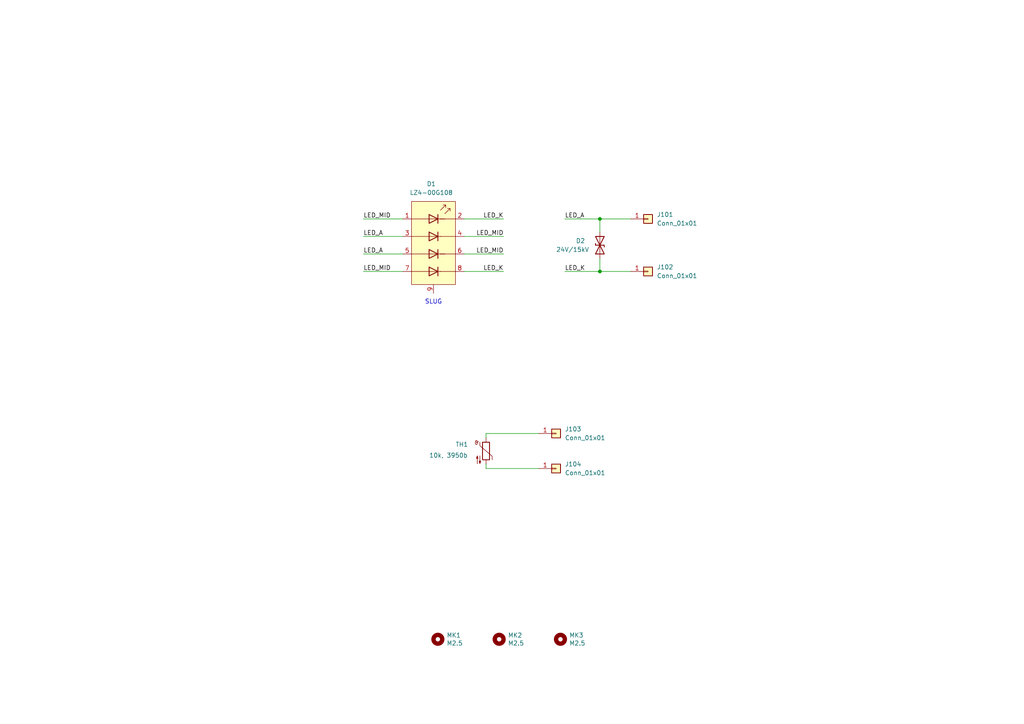
<source format=kicad_sch>
(kicad_sch (version 20231120) (generator "eeschema") (generator_version "8.0")
  (paper "A4")
  (title_block (title "SMPBR - Fluorometer LED 10W") (date "2024-12-17") (rev "${VERSION}") (company "TrendBit s.r.o.") (comment 1 "Designed by: Petr Malaník"))
  (lib_symbols
    (symbol "Connector_Generic:Conn_01x01" (pin_names (offset 1.016) hide)
      (property "Reference" "J" (at 0 2.54 0))
      (property "Value" "Conn_01x01" (at 0 -2.54 0))
      (symbol "Conn_01x01_1_1"
        (rectangle (start -1.27 0.127) (end 0 -0.127) (stroke (width 0.1524)))
        (rectangle (start -1.27 1.27) (end 1.27 -1.27) (stroke (width 0.254)) (fill (type background)))
        (pin passive line (at -5.08 0 0) (length 3.81) (name "Pin_1") (number "1"))
      )
    )
    (symbol "Device:D_TVS" (pin_numbers hide) (pin_names (offset 1.016) hide)
      (property "Reference" "D" (at 0 2.54 0))
      (property "Value" "D_TVS" (at 0 -2.54 0))
      (symbol "D_TVS_0_1"
        (polyline (pts (xy 1.27 0) (xy -1.27 0)))
        (polyline (pts (xy 0.508 1.27) (xy 0 1.27) (xy 0 -1.27) (xy -0.508 -1.27)) (stroke (width 0.254)))
        (polyline (pts (xy -2.54 1.27) (xy -2.54 -1.27) (xy 2.54 1.27) (xy 2.54 -1.27) (xy -2.54 1.27)) (stroke (width 0.254)))
      )
      (symbol "D_TVS_1_1"
        (pin passive line (at -3.81 0 0) (length 2.54) (name "A1") (number "1"))
        (pin passive line (at 3.81 0 180) (length 2.54) (name "A2") (number "2"))
      )
    )
    (symbol "Device:Thermistor_NTC" (pin_numbers hide) (pin_names (offset 0))
      (property "Reference" "TH" (at -4.445 0 90))
      (property "Value" "Thermistor_NTC" (at 3.175 0 90))
      (symbol "Thermistor_NTC_0_1"
        (arc (start -3.048 2.159) (mid -3.0495 2.3143) (end -3.175 2.413))
        (arc (start -3.048 2.159) (mid -2.9736 1.9794) (end -2.794 1.905))
        (arc (start -3.048 2.794) (mid -2.9736 2.6144) (end -2.794 2.54))
        (arc (start -2.794 1.905) (mid -2.6144 1.9794) (end -2.54 2.159))
        (arc (start -2.794 2.54) (mid -2.4393 2.5587) (end -2.159 2.794))
        (arc (start -2.794 3.048) (mid -2.9736 2.9736) (end -3.048 2.794))
        (arc (start -2.54 2.794) (mid -2.6144 2.9736) (end -2.794 3.048))
        (rectangle (start -1.016 2.54) (end 1.016 -2.54) (stroke (width 0.254)))
        (polyline (pts (xy -2.54 2.159) (xy -2.54 2.794)))
        (polyline (pts (xy -1.778 2.54) (xy -1.778 1.524) (xy 1.778 -1.524) (xy 1.778 -2.54)))
        (polyline (pts (xy -2.54 -3.683) (xy -2.54 -1.397) (xy -2.794 -2.159) (xy -2.286 -2.159) (xy -2.54 -1.397) (xy -2.54 -1.651)) (fill (type outline)))
        (polyline (pts (xy -1.778 -1.397) (xy -1.778 -3.683) (xy -2.032 -2.921) (xy -1.524 -2.921) (xy -1.778 -3.683) (xy -1.778 -3.429)) (fill (type outline)))
      )
      (symbol "Thermistor_NTC_1_1"
        (pin passive line (at 0 3.81 270) (length 1.27) (name "~") (number "1"))
        (pin passive line (at 0 -3.81 90) (length 1.27) (name "~") (number "2"))
      )
    )
    (symbol "Mechanical:MountingHole" (pin_names (offset 1.016))
      (property "Reference" "H" (at 0 5.08 0))
      (property "Value" "MountingHole" (at 0 3.175 0))
      (symbol "MountingHole_0_1"
        (circle (center 0 0) (radius 1.27) (stroke (width 1.27)))
      )
    )
    (symbol "TCY_LEDs:LZ-00" (pin_names (offset 0) hide)
      (property "Reference" "D" (at 0 5.715 0))
      (property "Value" "LZ-00" (at 0.508 -27.178 0))
      (symbol "LZ-00_0_1"
        (polyline (pts (xy -6.35 -12.7) (xy 2.032 -12.7)))
        (polyline (pts (xy -6.35 -7.62) (xy 3.302 -7.62)))
        (polyline (pts (xy -6.35 -2.54) (xy 2.032 -2.54)))
        (polyline (pts (xy -6.35 2.54) (xy 3.302 2.54)))
        (polyline (pts (xy 1.27 -11.43) (xy 1.27 -13.97)) (stroke (width 0.254)))
        (polyline (pts (xy 1.27 -6.35) (xy 1.27 -8.89)) (stroke (width 0.254)))
        (polyline (pts (xy 1.27 -1.27) (xy 1.27 -3.81)) (stroke (width 0.254)))
        (polyline (pts (xy 1.27 3.81) (xy 1.27 1.27)) (stroke (width 0.254)))
        (polyline (pts (xy 6.35 -12.7) (xy 1.905 -12.7)))
        (polyline (pts (xy 6.35 -7.62) (xy 1.905 -7.62)))
        (polyline (pts (xy 6.35 -2.54) (xy 1.905 -2.54)))
        (polyline (pts (xy 6.35 2.54) (xy 1.905 2.54)))
        (polyline (pts (xy -1.27 -11.43) (xy -1.27 -13.97) (xy 1.27 -12.7) (xy -1.27 -11.43)) (stroke (width 0.254)))
        (polyline (pts (xy -1.27 -6.35) (xy -1.27 -8.89) (xy 1.27 -7.62) (xy -1.27 -6.35)) (stroke (width 0.254)))
        (polyline (pts (xy -1.27 -1.27) (xy -1.27 -3.81) (xy 1.27 -2.54) (xy -1.27 -1.27)) (stroke (width 0.254)))
        (polyline (pts (xy -1.27 3.81) (xy -1.27 1.27) (xy 1.27 2.54) (xy -1.27 3.81)) (stroke (width 0.254)))
        (polyline (pts (xy 2.032 5.08) (xy 3.556 6.604) (xy 2.794 6.604) (xy 3.556 6.604) (xy 3.556 5.842)))
        (polyline (pts (xy 3.302 4.064) (xy 4.826 5.588) (xy 4.064 5.588) (xy 4.826 5.588) (xy 4.826 4.826)))
      )
      (symbol "LZ-00_1_1"
        (rectangle (start -6.35 7.62) (end 6.35 -16.51) (fill (type background)))
        (pin input line (at -8.89 2.54 0) (length 2.54) (name "A1") (number "1"))
        (pin input line (at 8.89 2.54 180) (length 2.54) (name "K1") (number "2"))
        (pin input line (at -8.89 -2.54 0) (length 2.54) (name "A2") (number "3"))
        (pin input line (at 8.89 -2.54 180) (length 2.54) (name "K2") (number "4"))
        (pin input line (at -8.89 -7.62 0) (length 2.54) (name "A3") (number "5"))
        (pin input line (at 8.89 -7.62 180) (length 2.54) (name "K3") (number "6"))
        (pin input line (at -8.89 -12.7 0) (length 2.54) (name "A4") (number "7"))
        (pin input line (at 8.89 -12.7 180) (length 2.54) (name "K4") (number "8"))
        (pin passive line (at 0 -19.05 90) (length 2.54) (name "SLUG") (number "9"))
      )
    )
  )
  (junction (at 173.99 78.74))
  (junction (at 173.99 63.5))
  (wire (pts (xy 105.41 68.58) (xy 116.84 68.58)))
  (wire (pts (xy 163.83 63.5) (xy 173.99 63.5)))
  (wire (pts (xy 105.41 63.5) (xy 116.84 63.5)))
  (wire (pts (xy 134.62 73.66) (xy 146.05 73.66)))
  (wire (pts (xy 173.99 74.93) (xy 173.99 78.74)))
  (wire (pts (xy 173.99 63.5) (xy 173.99 67.31)))
  (wire (pts (xy 173.99 63.5) (xy 182.88 63.5)))
  (wire (pts (xy 163.83 78.74) (xy 173.99 78.74)))
  (wire (pts (xy 105.41 73.66) (xy 116.84 73.66)))
  (wire (pts (xy 134.62 78.74) (xy 146.05 78.74)))
  (wire (pts (xy 134.62 68.58) (xy 146.05 68.58)))
  (wire (pts (xy 134.62 63.5) (xy 146.05 63.5)))
  (wire (pts (xy 105.41 78.74) (xy 116.84 78.74)))
  (wire (pts (xy 173.99 78.74) (xy 182.88 78.74)))
  (wire (pts (xy 140.97 135.89) (xy 156.21 135.89)))
  (wire (pts (xy 140.97 125.73) (xy 140.97 127)))
  (wire (pts (xy 140.97 125.73) (xy 156.21 125.73)))
  (wire (pts (xy 140.97 134.62) (xy 140.97 135.89)))
  (text "SLUG" (at 125.73 87.63 0) (effects (font (size 1.27 1.27))))
  (label "LED_A" (at 105.41 73.66 0))
  (label "LED_MID" (at 146.05 68.58 180))
  (label "LED_K" (at 146.05 63.5 180))
  (label "LED_A" (at 163.83 63.5 0))
  (label "LED_MID" (at 105.41 63.5 0))
  (label "LED_MID" (at 146.05 73.66 180))
  (label "LED_A" (at 105.41 68.58 0))
  (label "LED_K" (at 146.05 78.74 180))
  (label "LED_K" (at 163.83 78.74 0))
  (label "LED_MID" (at 105.41 78.74 0))
  (symbol (lib_id "TCY_LEDs:LZ-00") (at 125.73 66.04 0) (unit 1)
    (property "Reference" "D1" (at 125.095 53.34 0))
    (property "Value" "LZ4-00G108" (at 125.095 55.88 0))
    (property "Footprint" "TCY_smd_leds:OSRAM_LZ4-00" (effects (hide yes)))
    (property "Datasheet" "https://look.ams-osram.com/m/2b1078ec4120453e/original/LZ4-00G108.pdf" (effects (hide yes)))
    (property "Description" "High power LED with ceramic package and glass lens" (effects (hide yes)))
    (property "MPN" "LZ4-00G108-0000" (effects (hide yes)))
    (property "Link" "https://cz.mouser.com/ProductDetail/ams-OSRAM/LZ4-00G108-0000?qs=hWgE7mdIu5QnLGO5jnNJxw%3D%3D" (effects (hide yes)))
  )
  (symbol (lib_id "Device:D_TVS") (at 173.99 71.12 90) (unit 1)
    (property "Reference" "D2" (at 167.005 69.85 90) (effects (justify right)))
    (property "Value" "24V/15kV" (at 161.29 72.39 90) (effects (justify right)))
    (property "Footprint" "Resistor_SMD:R_0603_1608Metric" (effects (hide yes)))
    (property "Description" "Bidirectional transient-voltage-suppression diode" (effects (hide yes)))
    (property "MPN" "82356240030" (effects (hide yes)))
    (property "Link" "https://cz.mouser.com/ProductDetail/Wurth-Elektronik/82356240030?qs=zPgndZZmKGYLjaRA9SrbtA%3D%3D" (effects (hide yes)))
  )
  (symbol (lib_id "Mechanical:MountingHole") (at 127 185.42 0) (unit 1) (in_bom no)
    (property "Reference" "MK1" (at 129.54 184.2516 0) (effects (justify left)))
    (property "Value" "M2.5" (at 129.54 186.563 0) (effects (justify left)))
    (property "Footprint" "MountingHole:MountingHole_3.2mm_M3" (effects (hide yes)))
  )
  (symbol (lib_id "Connector_Generic:Conn_01x01") (at 187.96 78.74 0) (unit 1)
    (property "Reference" "J102" (at 190.5 77.4699 0) (effects (justify left)))
    (property "Value" "Conn_01x01" (at 190.5 80.0099 0) (effects (justify left)))
    (property "Footprint" "TCY_test_points:TestPoint_ArcPad_2.0x2.0mm" (effects (hide yes)))
    (property "Description" "Generic connector, single row, 01x01, script generated (kicad-library-utils/schlib/autogen/connector/)" (effects (hide yes)))
  )
  (symbol (lib_id "Mechanical:MountingHole") (at 162.56 185.42 0) (unit 1) (in_bom no)
    (property "Reference" "MK3" (at 165.1 184.2516 0) (effects (justify left)))
    (property "Value" "M2.5" (at 165.1 186.563 0) (effects (justify left)))
    (property "Footprint" "MountingHole:MountingHole_3.2mm_M3" (effects (hide yes)))
  )
  (symbol (lib_id "Connector_Generic:Conn_01x01") (at 187.96 63.5 0) (unit 1)
    (property "Reference" "J101" (at 190.5 62.2299 0) (effects (justify left)))
    (property "Value" "Conn_01x01" (at 190.5 64.7699 0) (effects (justify left)))
    (property "Footprint" "TCY_test_points:TestPoint_ArcPad_2.0x2.0mm" (effects (hide yes)))
    (property "Description" "Generic connector, single row, 01x01, script generated (kicad-library-utils/schlib/autogen/connector/)" (effects (hide yes)))
  )
  (symbol (lib_id "Connector_Generic:Conn_01x01") (at 161.29 135.89 0) (unit 1)
    (property "Reference" "J104" (at 163.83 134.6199 0) (effects (justify left)))
    (property "Value" "Conn_01x01" (at 163.83 137.1599 0) (effects (justify left)))
    (property "Footprint" "TCY_test_points:TestPoint_ArcPad_2.0x2.0mm" (effects (hide yes)))
    (property "Description" "Generic connector, single row, 01x01, script generated (kicad-library-utils/schlib/autogen/connector/)" (effects (hide yes)))
  )
  (symbol (lib_id "Mechanical:MountingHole") (at 144.78 185.42 0) (unit 1) (in_bom no)
    (property "Reference" "MK2" (at 147.32 184.2516 0) (effects (justify left)))
    (property "Value" "M2.5" (at 147.32 186.563 0) (effects (justify left)))
    (property "Footprint" "MountingHole:MountingHole_3.2mm_M3" (effects (hide yes)))
  )
  (symbol (lib_id "Device:Thermistor_NTC") (at 140.97 130.81 0) (unit 1)
    (property "Reference" "TH1" (at 132.08 128.905 0) (effects (justify left)))
    (property "Value" "10k, 3950b" (at 124.46 132.08 0) (effects (justify left)))
    (property "Footprint" "Inductor_SMD:L_0603_1608Metric" (effects (hide yes)))
    (property "Description" "Temperature dependent resistor, negative temperature coefficient" (effects (hide yes)))
    (property "LCSC" "C279936" (effects (hide yes)))
    (property "MPN" "SDNT1608X103F3950FTF" (effects (hide yes)))
  )
  (symbol (lib_id "Connector_Generic:Conn_01x01") (at 161.29 125.73 0) (unit 1)
    (property "Reference" "J103" (at 163.83 124.4599 0) (effects (justify left)))
    (property "Value" "Conn_01x01" (at 163.83 126.9999 0) (effects (justify left)))
    (property "Footprint" "TCY_test_points:TestPoint_ArcPad_2.0x2.0mm" (effects (hide yes)))
    (property "Description" "Generic connector, single row, 01x01, script generated (kicad-library-utils/schlib/autogen/connector/)" (effects (hide yes)))
  )
)
</source>
